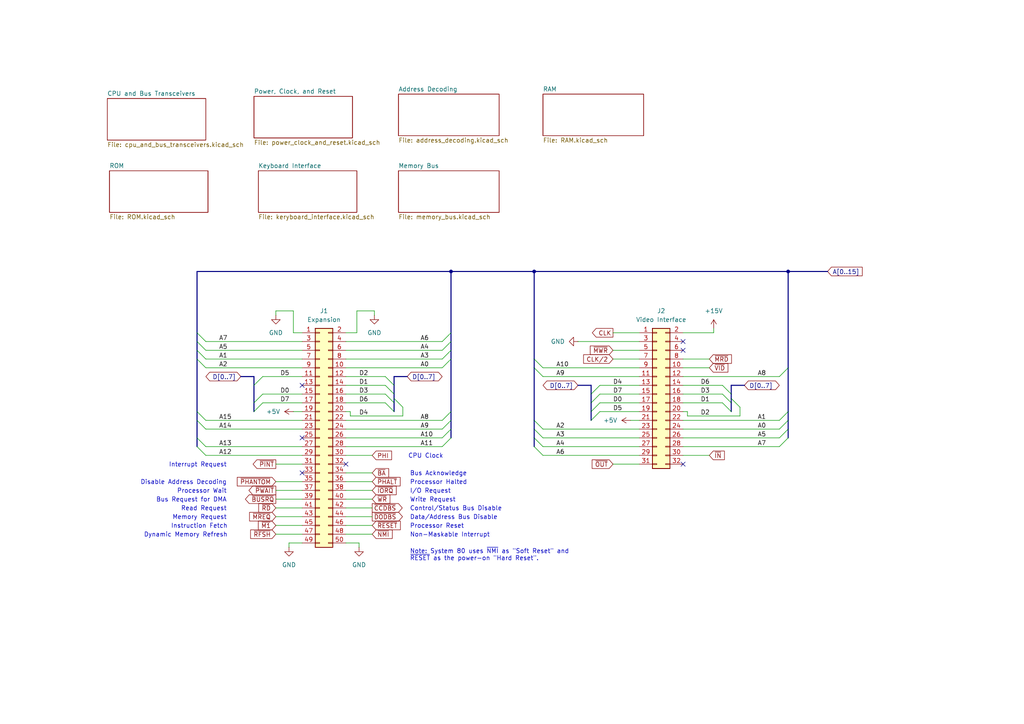
<source format=kicad_sch>
(kicad_sch (version 20231120) (generator "eeschema") (generator_version "8.0")
  (paper "A4")
  (title_block (title "Dick Smith System 80 Main Board") (date "1980"))
  (lib_symbols
    (symbol "Connector_Generic:Conn_02x16_Odd_Even" (pin_names (offset 1.016) hide)
      (property "Reference" "J" (at 1.27 20.32 0))
      (property "Value" "Conn_02x16_Odd_Even" (at 1.27 -22.86 0))
      (symbol "Conn_02x16_Odd_Even_1_1"
        (rectangle (start -1.27 -20.193) (end 0 -20.447) (stroke (width 0.1524)))
        (rectangle (start -1.27 -17.653) (end 0 -17.907) (stroke (width 0.1524)))
        (rectangle (start -1.27 -15.113) (end 0 -15.367) (stroke (width 0.1524)))
        (rectangle (start -1.27 -12.573) (end 0 -12.827) (stroke (width 0.1524)))
        (rectangle (start -1.27 -10.033) (end 0 -10.287) (stroke (width 0.1524)))
        (rectangle (start -1.27 -7.493) (end 0 -7.747) (stroke (width 0.1524)))
        (rectangle (start -1.27 -4.953) (end 0 -5.207) (stroke (width 0.1524)))
        (rectangle (start -1.27 -2.413) (end 0 -2.667) (stroke (width 0.1524)))
        (rectangle (start -1.27 0.127) (end 0 -0.127) (stroke (width 0.1524)))
        (rectangle (start -1.27 2.667) (end 0 2.413) (stroke (width 0.1524)))
        (rectangle (start -1.27 5.207) (end 0 4.953) (stroke (width 0.1524)))
        (rectangle (start -1.27 7.747) (end 0 7.493) (stroke (width 0.1524)))
        (rectangle (start -1.27 10.287) (end 0 10.033) (stroke (width 0.1524)))
        (rectangle (start -1.27 12.827) (end 0 12.573) (stroke (width 0.1524)))
        (rectangle (start -1.27 15.367) (end 0 15.113) (stroke (width 0.1524)))
        (rectangle (start -1.27 17.907) (end 0 17.653) (stroke (width 0.1524)))
        (rectangle (start -1.27 19.05) (end 3.81 -21.59) (stroke (width 0.254)) (fill (type background)))
        (rectangle (start 3.81 -20.193) (end 2.54 -20.447) (stroke (width 0.1524)))
        (rectangle (start 3.81 -17.653) (end 2.54 -17.907) (stroke (width 0.1524)))
        (rectangle (start 3.81 -15.113) (end 2.54 -15.367) (stroke (width 0.1524)))
        (rectangle (start 3.81 -12.573) (end 2.54 -12.827) (stroke (width 0.1524)))
        (rectangle (start 3.81 -10.033) (end 2.54 -10.287) (stroke (width 0.1524)))
        (rectangle (start 3.81 -7.493) (end 2.54 -7.747) (stroke (width 0.1524)))
        (rectangle (start 3.81 -4.953) (end 2.54 -5.207) (stroke (width 0.1524)))
        (rectangle (start 3.81 -2.413) (end 2.54 -2.667) (stroke (width 0.1524)))
        (rectangle (start 3.81 0.127) (end 2.54 -0.127) (stroke (width 0.1524)))
        (rectangle (start 3.81 2.667) (end 2.54 2.413) (stroke (width 0.1524)))
        (rectangle (start 3.81 5.207) (end 2.54 4.953) (stroke (width 0.1524)))
        (rectangle (start 3.81 7.747) (end 2.54 7.493) (stroke (width 0.1524)))
        (rectangle (start 3.81 10.287) (end 2.54 10.033) (stroke (width 0.1524)))
        (rectangle (start 3.81 12.827) (end 2.54 12.573) (stroke (width 0.1524)))
        (rectangle (start 3.81 15.367) (end 2.54 15.113) (stroke (width 0.1524)))
        (rectangle (start 3.81 17.907) (end 2.54 17.653) (stroke (width 0.1524)))
        (pin passive line (at -5.08 17.78 0) (length 3.81) (name "Pin_1") (number "1"))
        (pin passive line (at 7.62 7.62 180) (length 3.81) (name "Pin_10") (number "10"))
        (pin passive line (at -5.08 5.08 0) (length 3.81) (name "Pin_11") (number "11"))
        (pin passive line (at 7.62 5.08 180) (length 3.81) (name "Pin_12") (number "12"))
        (pin passive line (at -5.08 2.54 0) (length 3.81) (name "Pin_13") (number "13"))
        (pin passive line (at 7.62 2.54 180) (length 3.81) (name "Pin_14") (number "14"))
        (pin passive line (at -5.08 0 0) (length 3.81) (name "Pin_15") (number "15"))
        (pin passive line (at 7.62 0 180) (length 3.81) (name "Pin_16") (number "16"))
        (pin passive line (at -5.08 -2.54 0) (length 3.81) (name "Pin_17") (number "17"))
        (pin passive line (at 7.62 -2.54 180) (length 3.81) (name "Pin_18") (number "18"))
        (pin passive line (at -5.08 -5.08 0) (length 3.81) (name "Pin_19") (number "19"))
        (pin passive line (at 7.62 17.78 180) (length 3.81) (name "Pin_2") (number "2"))
        (pin passive line (at 7.62 -5.08 180) (length 3.81) (name "Pin_20") (number "20"))
        (pin passive line (at -5.08 -7.62 0) (length 3.81) (name "Pin_21") (number "21"))
        (pin passive line (at 7.62 -7.62 180) (length 3.81) (name "Pin_22") (number "22"))
        (pin passive line (at -5.08 -10.16 0) (length 3.81) (name "Pin_23") (number "23"))
        (pin passive line (at 7.62 -10.16 180) (length 3.81) (name "Pin_24") (number "24"))
        (pin passive line (at -5.08 -12.7 0) (length 3.81) (name "Pin_25") (number "25"))
        (pin passive line (at 7.62 -12.7 180) (length 3.81) (name "Pin_26") (number "26"))
        (pin passive line (at -5.08 -15.24 0) (length 3.81) (name "Pin_27") (number "27"))
        (pin passive line (at 7.62 -15.24 180) (length 3.81) (name "Pin_28") (number "28"))
        (pin passive line (at -5.08 -17.78 0) (length 3.81) (name "Pin_29") (number "29"))
        (pin passive line (at -5.08 15.24 0) (length 3.81) (name "Pin_3") (number "3"))
        (pin passive line (at 7.62 -17.78 180) (length 3.81) (name "Pin_30") (number "30"))
        (pin passive line (at -5.08 -20.32 0) (length 3.81) (name "Pin_31") (number "31"))
        (pin passive line (at 7.62 -20.32 180) (length 3.81) (name "Pin_32") (number "32"))
        (pin passive line (at 7.62 15.24 180) (length 3.81) (name "Pin_4") (number "4"))
        (pin passive line (at -5.08 12.7 0) (length 3.81) (name "Pin_5") (number "5"))
        (pin passive line (at 7.62 12.7 180) (length 3.81) (name "Pin_6") (number "6"))
        (pin passive line (at -5.08 10.16 0) (length 3.81) (name "Pin_7") (number "7"))
        (pin passive line (at 7.62 10.16 180) (length 3.81) (name "Pin_8") (number "8"))
        (pin passive line (at -5.08 7.62 0) (length 3.81) (name "Pin_9") (number "9"))
      )
    )
    (symbol "Connector_Generic:Conn_02x25_Odd_Even" (pin_names (offset 1.016) hide)
      (property "Reference" "J" (at 1.27 33.02 0))
      (property "Value" "Conn_02x25_Odd_Even" (at 1.27 -33.02 0))
      (symbol "Conn_02x25_Odd_Even_1_1"
        (rectangle (start -1.27 -30.353) (end 0 -30.607) (stroke (width 0.1524)))
        (rectangle (start -1.27 -27.813) (end 0 -28.067) (stroke (width 0.1524)))
        (rectangle (start -1.27 -25.273) (end 0 -25.527) (stroke (width 0.1524)))
        (rectangle (start -1.27 -22.733) (end 0 -22.987) (stroke (width 0.1524)))
        (rectangle (start -1.27 -20.193) (end 0 -20.447) (stroke (width 0.1524)))
        (rectangle (start -1.27 -17.653) (end 0 -17.907) (stroke (width 0.1524)))
        (rectangle (start -1.27 -15.113) (end 0 -15.367) (stroke (width 0.1524)))
        (rectangle (start -1.27 -12.573) (end 0 -12.827) (stroke (width 0.1524)))
        (rectangle (start -1.27 -10.033) (end 0 -10.287) (stroke (width 0.1524)))
        (rectangle (start -1.27 -7.493) (end 0 -7.747) (stroke (width 0.1524)))
        (rectangle (start -1.27 -4.953) (end 0 -5.207) (stroke (width 0.1524)))
        (rectangle (start -1.27 -2.413) (end 0 -2.667) (stroke (width 0.1524)))
        (rectangle (start -1.27 0.127) (end 0 -0.127) (stroke (width 0.1524)))
        (rectangle (start -1.27 2.667) (end 0 2.413) (stroke (width 0.1524)))
        (rectangle (start -1.27 5.207) (end 0 4.953) (stroke (width 0.1524)))
        (rectangle (start -1.27 7.747) (end 0 7.493) (stroke (width 0.1524)))
        (rectangle (start -1.27 10.287) (end 0 10.033) (stroke (width 0.1524)))
        (rectangle (start -1.27 12.827) (end 0 12.573) (stroke (width 0.1524)))
        (rectangle (start -1.27 15.367) (end 0 15.113) (stroke (width 0.1524)))
        (rectangle (start -1.27 17.907) (end 0 17.653) (stroke (width 0.1524)))
        (rectangle (start -1.27 20.447) (end 0 20.193) (stroke (width 0.1524)))
        (rectangle (start -1.27 22.987) (end 0 22.733) (stroke (width 0.1524)))
        (rectangle (start -1.27 25.527) (end 0 25.273) (stroke (width 0.1524)))
        (rectangle (start -1.27 28.067) (end 0 27.813) (stroke (width 0.1524)))
        (rectangle (start -1.27 30.607) (end 0 30.353) (stroke (width 0.1524)))
        (rectangle (start -1.27 31.75) (end 3.81 -31.75) (stroke (width 0.254)) (fill (type background)))
        (rectangle (start 3.81 -30.353) (end 2.54 -30.607) (stroke (width 0.1524)))
        (rectangle (start 3.81 -27.813) (end 2.54 -28.067) (stroke (width 0.1524)))
        (rectangle (start 3.81 -25.273) (end 2.54 -25.527) (stroke (width 0.1524)))
        (rectangle (start 3.81 -22.733) (end 2.54 -22.987) (stroke (width 0.1524)))
        (rectangle (start 3.81 -20.193) (end 2.54 -20.447) (stroke (width 0.1524)))
        (rectangle (start 3.81 -17.653) (end 2.54 -17.907) (stroke (width 0.1524)))
        (rectangle (start 3.81 -15.113) (end 2.54 -15.367) (stroke (width 0.1524)))
        (rectangle (start 3.81 -12.573) (end 2.54 -12.827) (stroke (width 0.1524)))
        (rectangle (start 3.81 -10.033) (end 2.54 -10.287) (stroke (width 0.1524)))
        (rectangle (start 3.81 -7.493) (end 2.54 -7.747) (stroke (width 0.1524)))
        (rectangle (start 3.81 -4.953) (end 2.54 -5.207) (stroke (width 0.1524)))
        (rectangle (start 3.81 -2.413) (end 2.54 -2.667) (stroke (width 0.1524)))
        (rectangle (start 3.81 0.127) (end 2.54 -0.127) (stroke (width 0.1524)))
        (rectangle (start 3.81 2.667) (end 2.54 2.413) (stroke (width 0.1524)))
        (rectangle (start 3.81 5.207) (end 2.54 4.953) (stroke (width 0.1524)))
        (rectangle (start 3.81 7.747) (end 2.54 7.493) (stroke (width 0.1524)))
        (rectangle (start 3.81 10.287) (end 2.54 10.033) (stroke (width 0.1524)))
        (rectangle (start 3.81 12.827) (end 2.54 12.573) (stroke (width 0.1524)))
        (rectangle (start 3.81 15.367) (end 2.54 15.113) (stroke (width 0.1524)))
        (rectangle (start 3.81 17.907) (end 2.54 17.653) (stroke (width 0.1524)))
        (rectangle (start 3.81 20.447) (end 2.54 20.193) (stroke (width 0.1524)))
        (rectangle (start 3.81 22.987) (end 2.54 22.733) (stroke (width 0.1524)))
        (rectangle (start 3.81 25.527) (end 2.54 25.273) (stroke (width 0.1524)))
        (rectangle (start 3.81 28.067) (end 2.54 27.813) (stroke (width 0.1524)))
        (rectangle (start 3.81 30.607) (end 2.54 30.353) (stroke (width 0.1524)))
        (pin passive line (at -5.08 30.48 0) (length 3.81) (name "Pin_1") (number "1"))
        (pin passive line (at 7.62 20.32 180) (length 3.81) (name "Pin_10") (number "10"))
        (pin passive line (at -5.08 17.78 0) (length 3.81) (name "Pin_11") (number "11"))
        (pin passive line (at 7.62 17.78 180) (length 3.81) (name "Pin_12") (number "12"))
        (pin passive line (at -5.08 15.24 0) (length 3.81) (name "Pin_13") (number "13"))
        (pin passive line (at 7.62 15.24 180) (length 3.81) (name "Pin_14") (number "14"))
        (pin passive line (at -5.08 12.7 0) (length 3.81) (name "Pin_15") (number "15"))
        (pin passive line (at 7.62 12.7 180) (length 3.81) (name "Pin_16") (number "16"))
        (pin passive line (at -5.08 10.16 0) (length 3.81) (name "Pin_17") (number "17"))
        (pin passive line (at 7.62 10.16 180) (length 3.81) (name "Pin_18") (number "18"))
        (pin passive line (at -5.08 7.62 0) (length 3.81) (name "Pin_19") (number "19"))
        (pin passive line (at 7.62 30.48 180) (length 3.81) (name "Pin_2") (number "2"))
        (pin passive line (at 7.62 7.62 180) (length 3.81) (name "Pin_20") (number "20"))
        (pin passive line (at -5.08 5.08 0) (length 3.81) (name "Pin_21") (number "21"))
        (pin passive line (at 7.62 5.08 180) (length 3.81) (name "Pin_22") (number "22"))
        (pin passive line (at -5.08 2.54 0) (length 3.81) (name "Pin_23") (number "23"))
        (pin passive line (at 7.62 2.54 180) (length 3.81) (name "Pin_24") (number "24"))
        (pin passive line (at -5.08 0 0) (length 3.81) (name "Pin_25") (number "25"))
        (pin passive line (at 7.62 0 180) (length 3.81) (name "Pin_26") (number "26"))
        (pin passive line (at -5.08 -2.54 0) (length 3.81) (name "Pin_27") (number "27"))
        (pin passive line (at 7.62 -2.54 180) (length 3.81) (name "Pin_28") (number "28"))
        (pin passive line (at -5.08 -5.08 0) (length 3.81) (name "Pin_29") (number "29"))
        (pin passive line (at -5.08 27.94 0) (length 3.81) (name "Pin_3") (number "3"))
        (pin passive line (at 7.62 -5.08 180) (length 3.81) (name "Pin_30") (number "30"))
        (pin passive line (at -5.08 -7.62 0) (length 3.81) (name "Pin_31") (number "31"))
        (pin passive line (at 7.62 -7.62 180) (length 3.81) (name "Pin_32") (number "32"))
        (pin passive line (at -5.08 -10.16 0) (length 3.81) (name "Pin_33") (number "33"))
        (pin passive line (at 7.62 -10.16 180) (length 3.81) (name "Pin_34") (number "34"))
        (pin passive line (at -5.08 -12.7 0) (length 3.81) (name "Pin_35") (number "35"))
        (pin passive line (at 7.62 -12.7 180) (length 3.81) (name "Pin_36") (number "36"))
        (pin passive line (at -5.08 -15.24 0) (length 3.81) (name "Pin_37") (number "37"))
        (pin passive line (at 7.62 -15.24 180) (length 3.81) (name "Pin_38") (number "38"))
        (pin passive line (at -5.08 -17.78 0) (length 3.81) (name "Pin_39") (number "39"))
        (pin passive line (at 7.62 27.94 180) (length 3.81) (name "Pin_4") (number "4"))
        (pin passive line (at 7.62 -17.78 180) (length 3.81) (name "Pin_40") (number "40"))
        (pin passive line (at -5.08 -20.32 0) (length 3.81) (name "Pin_41") (number "41"))
        (pin passive line (at 7.62 -20.32 180) (length 3.81) (name "Pin_42") (number "42"))
        (pin passive line (at -5.08 -22.86 0) (length 3.81) (name "Pin_43") (number "43"))
        (pin passive line (at 7.62 -22.86 180) (length 3.81) (name "Pin_44") (number "44"))
        (pin passive line (at -5.08 -25.4 0) (length 3.81) (name "Pin_45") (number "45"))
        (pin passive line (at 7.62 -25.4 180) (length 3.81) (name "Pin_46") (number "46"))
        (pin passive line (at -5.08 -27.94 0) (length 3.81) (name "Pin_47") (number "47"))
        (pin passive line (at 7.62 -27.94 180) (length 3.81) (name "Pin_48") (number "48"))
        (pin passive line (at -5.08 -30.48 0) (length 3.81) (name "Pin_49") (number "49"))
        (pin passive line (at -5.08 25.4 0) (length 3.81) (name "Pin_5") (number "5"))
        (pin passive line (at 7.62 -30.48 180) (length 3.81) (name "Pin_50") (number "50"))
        (pin passive line (at 7.62 25.4 180) (length 3.81) (name "Pin_6") (number "6"))
        (pin passive line (at -5.08 22.86 0) (length 3.81) (name "Pin_7") (number "7"))
        (pin passive line (at 7.62 22.86 180) (length 3.81) (name "Pin_8") (number "8"))
        (pin passive line (at -5.08 20.32 0) (length 3.81) (name "Pin_9") (number "9"))
      )
    )
    (symbol "power:+15V" (power) (pin_numbers hide) (pin_names (offset 0) hide)
      (property "Value" "+15V" (at 0 3.556 0))
      (symbol "+15V_0_1"
        (polyline (pts (xy -0.762 1.27) (xy 0 2.54)))
        (polyline (pts (xy 0 0) (xy 0 2.54)))
        (polyline (pts (xy 0 2.54) (xy 0.762 1.27)))
      )
      (symbol "+15V_1_1"
        (pin power_in line (at 0 0 90) (length 0) (name "~") (number "1"))
      )
    )
    (symbol "power:+5V" (power) (pin_numbers hide) (pin_names (offset 0) hide)
      (property "Value" "+5V" (at 0 3.556 0))
      (symbol "+5V_0_1"
        (polyline (pts (xy -0.762 1.27) (xy 0 2.54)))
        (polyline (pts (xy 0 0) (xy 0 2.54)))
        (polyline (pts (xy 0 2.54) (xy 0.762 1.27)))
      )
      (symbol "+5V_1_1"
        (pin power_in line (at 0 0 90) (length 0) (name "~") (number "1"))
      )
    )
    (symbol "power:GND" (power) (pin_numbers hide) (pin_names (offset 0) hide)
      (property "Value" "GND" (at 0 -3.81 0))
      (symbol "GND_0_1"
        (polyline (pts (xy 0 0) (xy 0 -1.27) (xy 1.27 -1.27) (xy 0 -2.54) (xy -1.27 -1.27) (xy 0 -1.27)))
      )
      (symbol "GND_1_1"
        (pin power_in line (at 0 0 270) (length 0) (name "~") (number "1"))
      )
    )
  )
  (junction (at 130.81 78.74))
  (junction (at 154.94 78.74))
  (junction (at 228.6 78.74))
  (no_connect (at 87.63 111.76))
  (no_connect (at 87.63 127))
  (no_connect (at 198.12 99.06))
  (no_connect (at 198.12 134.62))
  (no_connect (at 100.33 134.62))
  (no_connect (at 87.63 137.16))
  (no_connect (at 198.12 101.6))
  (bus_entry (at 114.3 111.76) (size -2.54 -2.54))
  (bus_entry (at 130.81 124.46) (size -2.54 2.54))
  (bus_entry (at 171.45 121.92) (size 2.54 -2.54))
  (bus_entry (at 130.81 99.06) (size -2.54 2.54))
  (bus_entry (at 212.09 119.38) (size -2.54 -2.54))
  (bus_entry (at 57.15 99.06) (size 2.54 2.54))
  (bus_entry (at 73.66 119.38) (size 2.54 -2.54))
  (bus_entry (at 171.45 119.38) (size 2.54 -2.54))
  (bus_entry (at 114.3 114.3) (size -2.54 -2.54))
  (bus_entry (at 130.81 96.52) (size -2.54 2.54))
  (bus_entry (at 57.15 104.14) (size 2.54 2.54))
  (bus_entry (at 57.15 121.92) (size 2.54 2.54))
  (bus_entry (at 212.09 115.57) (size 2.54 2.54))
  (bus_entry (at 130.81 101.6) (size -2.54 2.54))
  (bus_entry (at 130.81 121.92) (size -2.54 2.54))
  (bus_entry (at 212.09 116.84) (size -2.54 -2.54))
  (bus_entry (at 114.3 119.38) (size -2.54 -2.54))
  (bus_entry (at 57.15 101.6) (size 2.54 2.54))
  (bus_entry (at 228.6 106.68) (size -2.54 2.54))
  (bus_entry (at 130.81 127) (size -2.54 2.54))
  (bus_entry (at 154.94 124.46) (size 2.54 2.54))
  (bus_entry (at 57.15 119.38) (size 2.54 2.54))
  (bus_entry (at 154.94 129.54) (size 2.54 2.54))
  (bus_entry (at 228.6 124.46) (size -2.54 2.54))
  (bus_entry (at 154.94 127) (size 2.54 2.54))
  (bus_entry (at 130.81 104.14) (size -2.54 2.54))
  (bus_entry (at 228.6 121.92) (size -2.54 2.54))
  (bus_entry (at 73.66 111.76) (size 2.54 -2.54))
  (bus_entry (at 171.45 116.84) (size 2.54 -2.54))
  (bus_entry (at 114.3 115.57) (size 2.54 2.54))
  (bus_entry (at 212.09 114.3) (size -2.54 -2.54))
  (bus_entry (at 228.6 127) (size -2.54 2.54))
  (bus_entry (at 154.94 121.92) (size 2.54 2.54))
  (bus_entry (at 114.3 116.84) (size -2.54 -2.54))
  (bus_entry (at 154.94 106.68) (size 2.54 2.54))
  (bus_entry (at 57.15 96.52) (size 2.54 2.54))
  (bus_entry (at 57.15 129.54) (size 2.54 2.54))
  (bus_entry (at 171.45 114.3) (size 2.54 -2.54))
  (bus_entry (at 73.66 116.84) (size 2.54 -2.54))
  (bus_entry (at 57.15 127) (size 2.54 2.54))
  (bus_entry (at 228.6 119.38) (size -2.54 2.54))
  (bus_entry (at 154.94 104.14) (size 2.54 2.54))
  (bus_entry (at 130.81 119.38) (size -2.54 2.54))
  (wire (pts (xy 185.42 104.14) (xy 177.8 104.14)))
  (wire (pts (xy 157.48 109.22) (xy 185.42 109.22)))
  (wire (pts (xy 157.48 132.08) (xy 185.42 132.08)))
  (wire (pts (xy 59.69 106.68) (xy 87.63 106.68)))
  (bus (pts (xy 154.94 78.74) (xy 228.6 78.74)))
  (wire (pts (xy 80.01 134.62) (xy 87.63 134.62)))
  (wire (pts (xy 157.48 124.46) (xy 185.42 124.46)))
  (wire (pts (xy 87.63 157.48) (xy 83.82 157.48)))
  (wire (pts (xy 59.69 124.46) (xy 87.63 124.46)))
  (wire (pts (xy 226.06 121.92) (xy 198.12 121.92)))
  (wire (pts (xy 205.74 104.14) (xy 198.12 104.14)))
  (bus (pts (xy 228.6 124.46) (xy 228.6 127)))
  (bus (pts (xy 57.15 104.14) (xy 57.15 101.6)))
  (bus (pts (xy 73.66 116.84) (xy 73.66 119.38)))
  (wire (pts (xy 205.74 106.68) (xy 198.12 106.68)))
  (bus (pts (xy 171.45 116.84) (xy 171.45 119.38)))
  (wire (pts (xy 100.33 132.08) (xy 107.95 132.08)))
  (bus (pts (xy 130.81 121.92) (xy 130.81 124.46)))
  (wire (pts (xy 128.27 124.46) (xy 100.33 124.46)))
  (wire (pts (xy 100.33 142.24) (xy 107.95 142.24)))
  (bus (pts (xy 130.81 96.52) (xy 130.81 78.74)))
  (bus (pts (xy 114.3 109.22) (xy 114.3 111.76)))
  (bus (pts (xy 154.94 78.74) (xy 154.94 104.14)))
  (wire (pts (xy 100.33 137.16) (xy 107.95 137.16)))
  (bus (pts (xy 154.94 104.14) (xy 154.94 106.68)))
  (wire (pts (xy 80.01 144.78) (xy 87.63 144.78)))
  (bus (pts (xy 130.81 99.06) (xy 130.81 96.52)))
  (bus (pts (xy 69.85 109.22) (xy 73.66 109.22)))
  (wire (pts (xy 116.84 120.65) (xy 116.84 118.11)))
  (wire (pts (xy 59.69 99.06) (xy 87.63 99.06)))
  (wire (pts (xy 198.12 119.38) (xy 199.39 119.38)))
  (bus (pts (xy 228.6 78.74) (xy 228.6 106.68)))
  (wire (pts (xy 101.6 119.38) (xy 101.6 120.65)))
  (wire (pts (xy 100.33 144.78) (xy 107.95 144.78)))
  (bus (pts (xy 118.11 109.22) (xy 114.3 109.22)))
  (wire (pts (xy 173.99 116.84) (xy 185.42 116.84)))
  (bus (pts (xy 228.6 121.92) (xy 228.6 124.46)))
  (wire (pts (xy 128.27 121.92) (xy 100.33 121.92)))
  (bus (pts (xy 57.15 99.06) (xy 57.15 96.52)))
  (wire (pts (xy 209.55 111.76) (xy 198.12 111.76)))
  (wire (pts (xy 209.55 114.3) (xy 198.12 114.3)))
  (bus (pts (xy 212.09 116.84) (xy 212.09 119.38)))
  (wire (pts (xy 100.33 152.4) (xy 107.95 152.4)))
  (bus (pts (xy 212.09 111.76) (xy 212.09 114.3)))
  (wire (pts (xy 111.76 111.76) (xy 100.33 111.76)))
  (wire (pts (xy 59.69 101.6) (xy 87.63 101.6)))
  (bus (pts (xy 228.6 106.68) (xy 228.6 119.38)))
  (wire (pts (xy 108.585 90.17) (xy 103.505 90.17)))
  (wire (pts (xy 80.01 154.94) (xy 87.63 154.94)))
  (wire (pts (xy 59.69 121.92) (xy 87.63 121.92)))
  (wire (pts (xy 185.42 96.52) (xy 177.8 96.52)))
  (wire (pts (xy 100.33 154.94) (xy 107.95 154.94)))
  (bus (pts (xy 57.15 127) (xy 57.15 121.92)))
  (bus (pts (xy 130.81 119.38) (xy 130.81 121.92)))
  (wire (pts (xy 100.33 119.38) (xy 101.6 119.38)))
  (bus (pts (xy 228.6 119.38) (xy 228.6 121.92)))
  (bus (pts (xy 154.94 106.68) (xy 154.94 121.92)))
  (wire (pts (xy 100.33 157.48) (xy 104.14 157.48)))
  (bus (pts (xy 114.3 115.57) (xy 114.3 116.84)))
  (wire (pts (xy 59.69 129.54) (xy 87.63 129.54)))
  (wire (pts (xy 226.06 129.54) (xy 198.12 129.54)))
  (wire (pts (xy 80.01 139.7) (xy 87.63 139.7)))
  (wire (pts (xy 100.33 96.52) (xy 103.505 96.52)))
  (bus (pts (xy 130.81 101.6) (xy 130.81 99.06)))
  (wire (pts (xy 173.99 111.76) (xy 185.42 111.76)))
  (wire (pts (xy 104.14 157.48) (xy 104.14 158.75)))
  (wire (pts (xy 199.39 120.65) (xy 214.63 120.65)))
  (wire (pts (xy 76.2 116.84) (xy 87.63 116.84)))
  (bus (pts (xy 57.15 78.74) (xy 130.81 78.74)))
  (bus (pts (xy 57.15 121.92) (xy 57.15 119.38)))
  (bus (pts (xy 167.64 111.76) (xy 171.45 111.76)))
  (wire (pts (xy 128.27 104.14) (xy 100.33 104.14)))
  (bus (pts (xy 154.94 127) (xy 154.94 129.54)))
  (wire (pts (xy 199.39 119.38) (xy 199.39 120.65)))
  (wire (pts (xy 182.88 121.92) (xy 185.42 121.92)))
  (bus (pts (xy 57.15 96.52) (xy 57.15 78.74)))
  (wire (pts (xy 157.48 106.68) (xy 185.42 106.68)))
  (wire (pts (xy 173.99 119.38) (xy 185.42 119.38)))
  (wire (pts (xy 128.27 101.6) (xy 100.33 101.6)))
  (wire (pts (xy 226.06 127) (xy 198.12 127)))
  (wire (pts (xy 80.01 152.4) (xy 87.63 152.4)))
  (bus (pts (xy 130.81 104.14) (xy 130.81 101.6)))
  (bus (pts (xy 171.45 114.3) (xy 171.45 116.84)))
  (wire (pts (xy 157.48 127) (xy 185.42 127)))
  (wire (pts (xy 128.27 106.68) (xy 100.33 106.68)))
  (wire (pts (xy 85.09 90.17) (xy 85.09 96.52)))
  (wire (pts (xy 101.6 120.65) (xy 116.84 120.65)))
  (bus (pts (xy 130.81 124.46) (xy 130.81 127)))
  (bus (pts (xy 154.94 121.92) (xy 154.94 124.46)))
  (wire (pts (xy 214.63 120.65) (xy 214.63 118.11)))
  (bus (pts (xy 114.3 111.76) (xy 114.3 114.3)))
  (wire (pts (xy 111.76 116.84) (xy 100.33 116.84)))
  (wire (pts (xy 198.12 132.08) (xy 205.74 132.08)))
  (wire (pts (xy 128.27 127) (xy 100.33 127)))
  (bus (pts (xy 73.66 111.76) (xy 73.66 116.84)))
  (bus (pts (xy 57.15 129.54) (xy 57.15 127)))
  (bus (pts (xy 171.45 111.76) (xy 171.45 114.3)))
  (wire (pts (xy 80.01 142.24) (xy 87.63 142.24)))
  (wire (pts (xy 100.33 147.32) (xy 107.95 147.32)))
  (wire (pts (xy 198.12 96.52) (xy 207.01 96.52)))
  (bus (pts (xy 130.81 78.74) (xy 154.94 78.74)))
  (wire (pts (xy 76.2 109.22) (xy 87.63 109.22)))
  (bus (pts (xy 130.81 104.14) (xy 130.81 119.38)))
  (wire (pts (xy 59.69 132.08) (xy 87.63 132.08)))
  (wire (pts (xy 108.585 90.17) (xy 108.585 91.44)))
  (wire (pts (xy 83.82 157.48) (xy 83.82 158.75)))
  (wire (pts (xy 100.33 139.7) (xy 107.95 139.7)))
  (wire (pts (xy 76.2 114.3) (xy 87.63 114.3)))
  (wire (pts (xy 128.27 99.06) (xy 100.33 99.06)))
  (bus (pts (xy 215.9 111.76) (xy 212.09 111.76)))
  (wire (pts (xy 80.01 90.17) (xy 80.01 91.44)))
  (bus (pts (xy 212.09 115.57) (xy 212.09 116.84)))
  (bus (pts (xy 73.66 109.22) (xy 73.66 111.76)))
  (wire (pts (xy 185.42 101.6) (xy 177.8 101.6)))
  (wire (pts (xy 209.55 116.84) (xy 198.12 116.84)))
  (bus (pts (xy 154.94 124.46) (xy 154.94 127)))
  (bus (pts (xy 114.3 114.3) (xy 114.3 115.57)))
  (bus (pts (xy 57.15 101.6) (xy 57.15 99.06)))
  (wire (pts (xy 103.505 90.17) (xy 103.505 96.52)))
  (wire (pts (xy 111.76 109.22) (xy 100.33 109.22)))
  (wire (pts (xy 185.42 99.06) (xy 167.64 99.06)))
  (bus (pts (xy 228.6 78.74) (xy 240.03 78.74)))
  (wire (pts (xy 226.06 124.46) (xy 198.12 124.46)))
  (wire (pts (xy 59.69 104.14) (xy 87.63 104.14)))
  (wire (pts (xy 111.76 114.3) (xy 100.33 114.3)))
  (bus (pts (xy 57.15 119.38) (xy 57.15 104.14)))
  (wire (pts (xy 80.01 90.17) (xy 85.09 90.17)))
  (wire (pts (xy 85.09 96.52) (xy 87.63 96.52)))
  (bus (pts (xy 171.45 119.38) (xy 171.45 121.92)))
  (wire (pts (xy 173.99 114.3) (xy 185.42 114.3)))
  (wire (pts (xy 80.01 147.32) (xy 87.63 147.32)))
  (wire (pts (xy 100.33 149.86) (xy 107.95 149.86)))
  (wire (pts (xy 157.48 129.54) (xy 185.42 129.54)))
  (bus (pts (xy 212.09 114.3) (xy 212.09 115.57)))
  (bus (pts (xy 114.3 116.84) (xy 114.3 119.38)))
  (wire (pts (xy 207.01 96.52) (xy 207.01 95.25)))
  (wire (pts (xy 128.27 129.54) (xy 100.33 129.54)))
  (wire (pts (xy 185.42 134.62) (xy 177.8 134.62)))
  (wire (pts (xy 85.09 119.38) (xy 87.63 119.38)))
  (wire (pts (xy 226.06 109.22) (xy 198.12 109.22)))
  (wire (pts (xy 80.01 149.86) (xy 87.63 149.86)))
  (text "Interrupt Request" (at 65.786 134.874 0) (effects (font (size 1.27 1.27)) (justify right)))
  (text "Non-Maskable Interrupt" (at 118.872 155.194 0) (effects (font (size 1.27 1.27)) (justify left)))
  (text "Instruction Fetch" (at 66.04 152.654 0) (effects (font (size 1.27 1.27)) (justify right)))
  (text "Read Request" (at 65.786 147.574 0) (effects (font (size 1.27 1.27)) (justify right)))
  (text "Disable Address Decoding" (at 65.786 139.954 0) (effects (font (size 1.27 1.27)) (justify right)))
  (text "Note: System 80 uses ~{NMI} as \"Soft Reset\" and\n~{RESET} as the power-on \"Hard Reset\"." (at 118.872 161.036 0) (effects (font (size 1.27 1.27)) (justify left)))
  (text "I/O Request" (at 118.872 142.494 0) (effects (font (size 1.27 1.27)) (justify left)))
  (text "Dynamic Memory Refresh" (at 66.04 155.194 0) (effects (font (size 1.27 1.27)) (justify right)))
  (text "Write Request" (at 118.872 145.034 0) (effects (font (size 1.27 1.27)) (justify left)))
  (text "Processor Reset" (at 118.872 152.654 0) (effects (font (size 1.27 1.27)) (justify left)))
  (text "Bus Acknowledge" (at 118.872 137.414 0) (effects (font (size 1.27 1.27)) (justify left)))
  (text "CPU Clock" (at 118.364 132.334 0) (effects (font (size 1.27 1.27)) (justify left)))
  (text "Control/Status Bus Disable" (at 118.872 147.574 0) (effects (font (size 1.27 1.27)) (justify left)))
  (text "Data/Address Bus Disable" (at 118.872 150.114 0) (effects (font (size 1.27 1.27)) (justify left)))
  (text "Processor Wait" (at 65.786 142.494 0) (effects (font (size 1.27 1.27)) (justify right)))
  (text "Processor Halted" (at 118.872 139.954 0) (effects (font (size 1.27 1.27)) (justify left)))
  (text "Memory Request" (at 65.786 150.114 0) (effects (font (size 1.27 1.27)) (justify right)))
  (text "Bus Request for DMA" (at 65.786 145.034 0) (effects (font (size 1.27 1.27)) (justify right)))
  (label "A3" (at 161.29 127 0))
  (label "A5" (at 63.5 101.6 0))
  (label "D4" (at 177.8 111.76 0))
  (label "D0" (at 81.28 114.3 0))
  (label "D5" (at 177.8 119.38 0))
  (label "A12" (at 63.5 132.08 0))
  (label "A9" (at 161.29 109.22 0))
  (label "A2" (at 161.29 124.46 0))
  (label "A6" (at 121.92 99.06 0))
  (label "A11" (at 121.92 129.54 0))
  (label "D7" (at 81.28 116.84 0))
  (label "D1" (at 203.2 116.84 0))
  (label "A14" (at 63.5 124.46 0))
  (label "A10" (at 121.92 127 0))
  (label "D5" (at 81.28 109.22 0))
  (label "A9" (at 121.92 124.46 0))
  (label "A3" (at 121.92 104.14 0))
  (label "D0" (at 177.8 116.84 0))
  (label "D1" (at 104.14 111.76 0))
  (label "D2" (at 104.14 109.22 0))
  (label "D3" (at 104.14 114.3 0))
  (label "A2" (at 63.5 106.68 0))
  (label "A0" (at 121.92 106.68 0))
  (label "A15" (at 63.5 121.92 0))
  (label "A4" (at 161.29 129.54 0))
  (label "D6" (at 104.14 116.84 0))
  (label "A8" (at 219.71 109.22 0))
  (label "A7" (at 63.5 99.06 0))
  (label "A4" (at 121.92 101.6 0))
  (label "A13" (at 63.5 129.54 0))
  (label "A10" (at 161.29 106.68 0))
  (label "D3" (at 203.2 114.3 0))
  (label "A7" (at 219.71 129.54 0))
  (label "A1" (at 63.5 104.14 0))
  (label "D7" (at 177.8 114.3 0))
  (label "A1" (at 219.71 121.92 0))
  (label "A8" (at 121.92 121.92 0))
  (label "A5" (at 219.71 127 0))
  (label "D4" (at 104.14 120.65 0))
  (label "A6" (at 161.29 132.08 0))
  (label "A0" (at 219.71 124.46 0))
  (label "D6" (at 203.2 111.76 0))
  (label "D2" (at 203.2 120.65 0))
  (global_label "~{CCDBS}" (shape output) (at 107.95 147.32 0) (property "Intersheetrefs" "${INTERSHEET_REFS}" (effects (hide yes))))
  (global_label "~{IN}" (shape input) (at 205.74 132.08 0) (property "Intersheetrefs" "${INTERSHEET_REFS}" (effects (hide yes))))
  (global_label "~{OUT}" (shape input) (at 177.8 134.62 180) (property "Intersheetrefs" "${INTERSHEET_REFS}" (effects (hide yes))))
  (global_label "D[0..7]" (shape bidirectional) (at 69.85 109.22 180) (property "Intersheetrefs" "${INTERSHEET_REFS}" (effects (hide yes))))
  (global_label "~{BUSRQ}" (shape output) (at 80.01 144.78 180) (property "Intersheetrefs" "${INTERSHEET_REFS}" (effects (hide yes))))
  (global_label "~{MRD}" (shape input) (at 205.74 104.14 0) (property "Intersheetrefs" "${INTERSHEET_REFS}" (effects (hide yes))))
  (global_label "~{PHANTOM}" (shape input) (at 80.01 139.7 180) (property "Intersheetrefs" "${INTERSHEET_REFS}" (effects (hide yes))))
  (global_label "~{RESET}" (shape input) (at 107.95 152.4 0) (property "Intersheetrefs" "${INTERSHEET_REFS}" (effects (hide yes))))
  (global_label "CLK" (shape output) (at 177.8 96.52 180) (property "Intersheetrefs" "${INTERSHEET_REFS}" (effects (hide yes))))
  (global_label "~{IORQ}" (shape input) (at 107.95 142.24 0) (property "Intersheetrefs" "${INTERSHEET_REFS}" (effects (hide yes))))
  (global_label "~{M1}" (shape input) (at 80.01 152.4 180) (property "Intersheetrefs" "${INTERSHEET_REFS}" (effects (hide yes))))
  (global_label "~{NMI}" (shape input) (at 107.95 154.94 0) (property "Intersheetrefs" "${INTERSHEET_REFS}" (effects (hide yes))))
  (global_label "D[0..7]" (shape bidirectional) (at 118.11 109.22 0) (property "Intersheetrefs" "${INTERSHEET_REFS}" (effects (hide yes))))
  (global_label "~{VID}" (shape input) (at 205.74 106.68 0) (property "Intersheetrefs" "${INTERSHEET_REFS}" (effects (hide yes))))
  (global_label "~{BA}" (shape input) (at 107.95 137.16 0) (property "Intersheetrefs" "${INTERSHEET_REFS}" (effects (hide yes))))
  (global_label "~{PINT}" (shape output) (at 80.01 134.62 180) (property "Intersheetrefs" "${INTERSHEET_REFS}" (effects (hide yes))))
  (global_label "D[0..7]" (shape bidirectional) (at 167.64 111.76 180) (property "Intersheetrefs" "${INTERSHEET_REFS}" (effects (hide yes))))
  (global_label "A[0..15]" (shape input) (at 240.03 78.74 0) (property "Intersheetrefs" "${INTERSHEET_REFS}" (effects (hide yes))))
  (global_label "~{MWR}" (shape input) (at 177.8 101.6 180) (property "Intersheetrefs" "${INTERSHEET_REFS}" (effects (hide yes))))
  (global_label "~{RFSH}" (shape input) (at 80.01 154.94 180) (property "Intersheetrefs" "${INTERSHEET_REFS}" (effects (hide yes))))
  (global_label "~{MREQ}" (shape input) (at 80.01 149.86 180) (property "Intersheetrefs" "${INTERSHEET_REFS}" (effects (hide yes))))
  (global_label "~{PHALT}" (shape input) (at 107.95 139.7 0) (property "Intersheetrefs" "${INTERSHEET_REFS}" (effects (hide yes))))
  (global_label "PHI" (shape input) (at 107.95 132.08 0) (property "Intersheetrefs" "${INTERSHEET_REFS}" (effects (hide yes))))
  (global_label "~{PWAIT}" (shape output) (at 80.01 142.24 180) (property "Intersheetrefs" "${INTERSHEET_REFS}" (effects (hide yes))))
  (global_label "~{DODBS}" (shape output) (at 107.95 149.86 0) (property "Intersheetrefs" "${INTERSHEET_REFS}" (effects (hide yes))))
  (global_label "~{RD}" (shape input) (at 80.01 147.32 180) (property "Intersheetrefs" "${INTERSHEET_REFS}" (effects (hide yes))))
  (global_label "CLK{slash}2" (shape input) (at 177.8 104.14 180) (property "Intersheetrefs" "${INTERSHEET_REFS}" (effects (hide yes))))
  (global_label "~{WR}" (shape input) (at 107.95 144.78 0) (property "Intersheetrefs" "${INTERSHEET_REFS}" (effects (hide yes))))
  (global_label "D[0..7]" (shape bidirectional) (at 215.9 111.76 0) (property "Intersheetrefs" "${INTERSHEET_REFS}" (effects (hide yes))))
  (symbol (lib_id "power:GND") (at 167.64 99.06 270) (mirror x) (unit 1)
    (property "Reference" "#PWR023" (effects (hide yes)))
    (property "Value" "GND" (at 163.83 99.0599 90) (effects (justify right)))
    (property "Description" "Power symbol creates a global label with name \"GND\" , ground" (effects (hide yes)))
  )
  (symbol (lib_id "power:+15V") (at 207.01 95.25 0) (unit 1)
    (property "Reference" "#PWR022" (effects (hide yes)))
    (property "Value" "+15V" (at 207.01 90.17 0))
    (property "Description" "Power symbol creates a global label with name \"+15V\"" (effects (hide yes)))
  )
  (symbol (lib_id "power:GND") (at 108.585 91.44 0) (mirror y) (unit 1)
    (property "Reference" "#PWR020" (effects (hide yes)))
    (property "Value" "GND" (at 108.585 96.52 0))
    (property "Description" "Power symbol creates a global label with name \"GND\" , ground" (effects (hide yes)))
  )
  (symbol (lib_id "Connector_Generic:Conn_02x16_Odd_Even") (at 190.5 114.3 0) (unit 1)
    (property "Reference" "J2" (at 191.77 90.17 0))
    (property "Value" "Video Interface" (at 191.77 92.71 0))
    (property "Footprint" "Connector_PinHeader_2.54mm:PinHeader_2x16_P2.54mm_Vertical" (effects (hide yes)))
    (property "Description" "Generic connector, double row, 02x16, odd/even pin numbering scheme (row 1 odd numbers, row 2 even numbers), script generated (kicad-library-utils/schlib/autogen/connector/)" (effects (hide yes)))
  )
  (symbol (lib_id "power:GND") (at 104.14 158.75 0) (mirror y) (unit 1)
    (property "Reference" "#PWR017" (effects (hide yes)))
    (property "Value" "GND" (at 104.14 163.83 0))
    (property "Description" "Power symbol creates a global label with name \"GND\" , ground" (effects (hide yes)))
  )
  (symbol (lib_id "power:+5V") (at 182.88 121.92 90) (unit 1)
    (property "Reference" "#PWR021" (effects (hide yes)))
    (property "Value" "+5V" (at 179.07 121.9199 90) (effects (justify left)))
    (property "Description" "Power symbol creates a global label with name \"+5V\"" (effects (hide yes)))
  )
  (symbol (lib_id "power:+5V") (at 85.09 119.38 90) (unit 1)
    (property "Reference" "#PWR018" (effects (hide yes)))
    (property "Value" "+5V" (at 81.28 119.3799 90) (effects (justify left)))
    (property "Description" "Power symbol creates a global label with name \"+5V\"" (effects (hide yes)))
  )
  (symbol (lib_id "Connector_Generic:Conn_02x25_Odd_Even") (at 92.71 127 0) (unit 1)
    (property "Reference" "J1" (at 93.98 90.17 0))
    (property "Value" "Expansion" (at 93.98 92.71 0))
    (property "Footprint" "Connector_PinHeader_2.54mm:PinHeader_2x25_P2.54mm_Vertical" (effects (hide yes)))
    (property "Description" "Generic connector, double row, 02x25, odd/even pin numbering scheme (row 1 odd numbers, row 2 even numbers), script generated (kicad-library-utils/schlib/autogen/connector/)" (effects (hide yes)))
  )
  (symbol (lib_id "power:GND") (at 80.01 91.44 0) (unit 1)
    (property "Reference" "#PWR019" (effects (hide yes)))
    (property "Value" "GND" (at 80.01 96.52 0))
    (property "Description" "Power symbol creates a global label with name \"GND\" , ground" (effects (hide yes)))
  )
  (symbol (lib_id "power:GND") (at 83.82 158.75 0) (unit 1)
    (property "Reference" "#PWR016" (effects (hide yes)))
    (property "Value" "GND" (at 83.82 163.83 0))
    (property "Description" "Power symbol creates a global label with name \"GND\" , ground" (effects (hide yes)))
  )
  (sheet (at 115.57 49.53) (size 29.21 12.065) (stroke (width 0.1524))
    (property "Sheetname" "Memory Bus" (at 115.57 48.8184 0) (effects (justify left bottom)))
    (property "Sheetfile" "memory_bus.kicad_sch" (at 115.57 62.1796 0) (effects (justify left top)))
  )
  (sheet (at 31.115 28.575) (size 28.575 12.065) (stroke (width 0.1524))
    (property "Sheetname" "CPU and Bus Transceivers" (at 31.115 27.8634 0) (effects (justify left bottom)))
    (property "Sheetfile" "cpu_and_bus_transceivers.kicad_sch" (at 31.115 41.2246 0) (effects (justify left top)))
  )
  (sheet (at 74.93 49.53) (size 28.575 12.065) (stroke (width 0.1524))
    (property "Sheetname" "Keyboard Interface" (at 74.93 48.8184 0) (effects (justify left bottom)))
    (property "Sheetfile" "keryboard_interface.kicad_sch" (at 74.93 62.1796 0) (effects (justify left top)))
  )
  (sheet (at 73.66 27.94) (size 28.575 12.065) (stroke (width 0.1524))
    (property "Sheetname" "Power, Clock, and Reset" (at 73.66 27.2284 0) (effects (justify left bottom)))
    (property "Sheetfile" "power_clock_and_reset.kicad_sch" (at 73.66 40.5896 0) (effects (justify left top)))
  )
  (sheet (at 157.48 27.305) (size 29.21 12.065) (stroke (width 0.1524))
    (property "Sheetname" "RAM" (at 157.48 26.5934 0) (effects (justify left bottom)))
    (property "Sheetfile" "RAM.kicad_sch" (at 157.48 39.9546 0) (effects (justify left top)))
  )
  (sheet (at 115.57 27.305) (size 29.21 12.065) (stroke (width 0.1524))
    (property "Sheetname" "Address Decoding" (at 115.57 26.5934 0) (effects (justify left bottom)))
    (property "Sheetfile" "address_decoding.kicad_sch" (at 115.57 39.9546 0) (effects (justify left top)))
  )
  (sheet (at 31.75 49.53) (size 28.575 12.065) (stroke (width 0.1524))
    (property "Sheetname" "ROM" (at 31.75 48.8184 0) (effects (justify left bottom)))
    (property "Sheetfile" "ROM.kicad_sch" (at 31.75 62.1796 0) (effects (justify left top)))
  )
)
</source>
